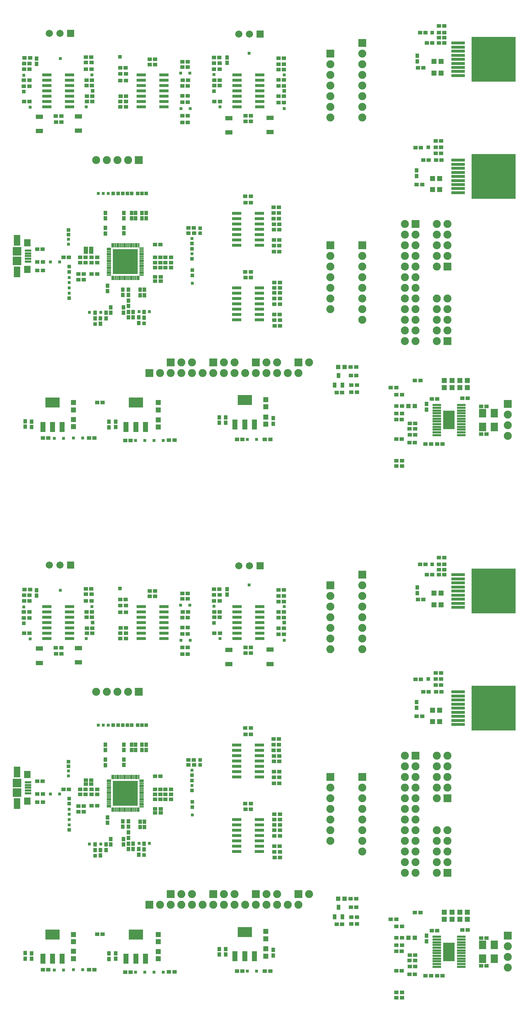
<source format=gbr>
G04 DipTrace 2.4.0.2*
%INTopMask.gbr*%
%MOMM*%
%ADD38R,0.635X0.635*%
%ADD56R,2.704X4.404*%
%ADD58R,2.004X0.604*%
%ADD60R,10.504X10.704*%
%ADD62R,3.204X0.804*%
%ADD64R,2.204X0.804*%
%ADD66R,5.904X5.904*%
%ADD68O,1.054X0.404*%
%ADD70O,0.404X1.054*%
%ADD72R,3.454X2.354*%
%ADD74R,1.154X2.354*%
%ADD76R,0.839X0.839*%
%ADD78R,1.804X2.004*%
%ADD80C,1.704*%
%ADD82R,1.704X1.704*%
%ADD84R,0.854X1.254*%
%ADD86R,2.104X2.004*%
%ADD88R,1.504X2.504*%
%ADD90R,1.604X1.804*%
%ADD92R,1.554X0.604*%
%ADD94C,1.904*%
%ADD96R,1.904X1.904*%
%ADD98R,1.004X1.004*%
%ADD100R,1.804X1.004*%
%ADD102R,0.804X0.804*%
%ADD104R,1.304X1.204*%
%ADD106R,1.104X0.904*%
%ADD108R,0.904X1.104*%
%ADD110R,1.204X1.304*%
%FSLAX53Y53*%
G04*
G71*
G90*
G75*
G01*
%LNTopMask*%
%LPD*%
D110*
X60770Y-12210D3*
Y-10510D3*
D108*
X51220Y-11860D3*
Y-10560D3*
D106*
X55940Y61420D3*
X57240D3*
X10670Y61320D3*
X11970D3*
X55940Y40700D3*
X57240D3*
X55950Y22770D3*
X57250D3*
X33080Y73570D3*
X34380D3*
D110*
X60770Y-6360D3*
Y-8060D3*
D106*
X63950Y39530D3*
X62650D3*
X48490Y69870D3*
X49790D3*
X34340Y30680D3*
X35640D3*
X48440Y73920D3*
X49740D3*
D110*
X35145Y-12850D3*
Y-11150D3*
D106*
X65090Y69920D3*
X63790D3*
D104*
X102630Y74390D3*
X100930D3*
D110*
X35095Y-7050D3*
Y-8750D3*
D106*
X36840Y27580D3*
X38140D3*
D108*
X26900Y33350D3*
Y34650D3*
D106*
X34340Y26380D3*
X35640D3*
D108*
X24945Y-12850D3*
Y-11550D3*
D104*
X102630Y71590D3*
X100930D3*
D106*
X34340Y25180D3*
X35640D3*
X64000Y28980D3*
X62700D3*
X65090Y73720D3*
X63790D3*
X34390Y22930D3*
X35690D3*
X26030Y72820D3*
X27330D3*
D108*
X22550Y33320D3*
Y34620D3*
D106*
X34390Y21980D3*
X35690D3*
D108*
X31840Y19880D3*
Y18580D3*
D106*
X3070Y69870D3*
X4370D3*
X64150Y21620D3*
X62850D3*
D108*
X30790Y19880D3*
Y18580D3*
X30490Y13280D3*
Y11980D3*
D106*
X20540Y27580D3*
X19240D3*
D110*
X14865Y-12800D3*
Y-11100D3*
D106*
X3120Y73820D3*
X4420D3*
D108*
X28040Y19930D3*
Y18630D3*
D106*
X20540Y26380D3*
X19240D3*
D110*
X14865Y-7050D3*
Y-8750D3*
D108*
X26640Y19930D3*
Y18630D3*
X4865Y-12850D3*
Y-11550D3*
X26790Y15680D3*
Y14380D3*
D106*
X19320Y69870D3*
X18020D3*
D108*
X23740Y15680D3*
Y14380D3*
X21340Y13080D3*
Y11780D3*
D106*
X20540Y23630D3*
X19240D3*
D104*
X102230Y46400D3*
X100530D3*
X102230Y43750D3*
X100530D3*
D108*
X23040Y20880D3*
Y19580D3*
D106*
X64200Y11320D3*
X62900D3*
X19170Y74070D3*
X17870D3*
X82500Y-4550D3*
X81200D3*
X38140Y26380D3*
X36840D3*
X16490Y27580D3*
X17790D3*
D108*
X28040Y15980D3*
Y17280D3*
D106*
X16490Y26380D3*
X17790D3*
X38140Y25180D3*
X36840D3*
X27430Y66070D3*
X26130D3*
X42230Y69870D3*
X40930D3*
X42180Y64620D3*
X40880D3*
X7590Y26480D3*
X6290D3*
X112150Y-7970D3*
X113450D3*
X112150Y-14520D3*
X113450D3*
D110*
X108900Y-1770D3*
Y-3470D3*
X107100Y-1770D3*
Y-3470D3*
X105250Y-1770D3*
Y-3470D3*
X103400Y-1770D3*
Y-3470D3*
D108*
X99150Y-8670D3*
Y-7370D3*
D106*
X101700Y-6120D3*
X100400D3*
X91950Y-5170D3*
X93250D3*
D102*
X58600Y-15800D3*
X56400D3*
D100*
X51940Y60820D3*
Y57420D3*
D102*
X34095Y-16050D3*
X36295D3*
X31945D3*
X29745D3*
D100*
X61790Y60870D3*
Y57470D3*
X6770Y61120D3*
Y57720D3*
D102*
X14915Y-15500D3*
X17115D3*
X12515Y-15550D3*
X10315D3*
D100*
X16070Y61270D3*
Y57870D3*
D98*
X78050Y1500D3*
X79550D3*
D102*
X42680Y71520D3*
X40480D3*
X42730Y63070D3*
X40530D3*
X11590Y26480D3*
X9390D3*
D98*
X96350Y-7870D3*
X94850D3*
D96*
X68580Y2540D3*
D94*
X71120D3*
D96*
X83820Y78740D3*
D94*
Y76200D3*
Y73660D3*
Y71120D3*
Y68580D3*
Y66040D3*
Y63500D3*
Y60960D3*
D96*
X76200Y76200D3*
D94*
Y73660D3*
Y71120D3*
Y68580D3*
Y66040D3*
Y63500D3*
Y60960D3*
D96*
X30480Y50800D3*
D94*
X27940D3*
X25400D3*
X22860D3*
X20320D3*
D92*
X4090Y29230D3*
Y28580D3*
Y27930D3*
Y27280D3*
Y26630D3*
D90*
X3865Y31130D3*
Y24730D3*
D88*
X1415Y31680D3*
Y24180D3*
D86*
Y29080D3*
Y26780D3*
D96*
X83820Y30480D3*
D94*
Y27940D3*
Y25400D3*
Y22860D3*
Y20320D3*
Y17780D3*
Y15240D3*
Y12700D3*
D96*
X76200Y30480D3*
D94*
Y27940D3*
Y25400D3*
Y22860D3*
Y20320D3*
Y17780D3*
Y15240D3*
D96*
X96520Y35560D3*
D94*
X93980D3*
X96520Y33020D3*
X93980D3*
X96520Y30480D3*
X93980D3*
X96520Y27940D3*
X93980D3*
X96520Y25400D3*
X93980D3*
X96520Y22860D3*
X93980D3*
X96520Y20320D3*
X93980D3*
X96520Y17780D3*
X93980D3*
X96520Y15240D3*
X93980D3*
X96520Y12700D3*
X93980D3*
X96520Y10160D3*
X93980D3*
X96520Y7620D3*
X93980D3*
D96*
X48260Y2540D3*
D94*
X50800D3*
X53340D3*
D96*
X104140Y25400D3*
D94*
X101600D3*
X104140Y27940D3*
X101600D3*
X104140Y30480D3*
X101600D3*
X104140Y33020D3*
X101600D3*
X104140Y35560D3*
X101600D3*
D96*
X58420Y2540D3*
D94*
X60960D3*
X63500D3*
D96*
X104140Y7620D3*
D94*
X101600D3*
X104140Y10160D3*
X101600D3*
X104140Y12700D3*
X101600D3*
X104140Y15240D3*
X101600D3*
X104140Y17780D3*
X101600D3*
D96*
X33020Y0D3*
D94*
X35560D3*
X38100D3*
X40640D3*
X43180D3*
X45720D3*
X48260D3*
X50800D3*
X53340D3*
X55880D3*
X58420D3*
X60960D3*
X63500D3*
X66040D3*
X68580D3*
D96*
X38100Y2540D3*
D94*
X40640D3*
X43180D3*
D96*
X118500Y-7370D3*
D94*
Y-9910D3*
Y-12450D3*
Y-14990D3*
D84*
X77200Y-2850D3*
X79100D3*
X78150Y-550D3*
D108*
X62550Y-12050D3*
Y-10750D3*
D106*
X61850Y-15800D3*
X60550D3*
D108*
X49670Y-10560D3*
Y-11860D3*
D106*
X57240Y60020D3*
X55940D3*
X12020Y59870D3*
X10720D3*
X57190Y42150D3*
X55890D3*
X57200Y24120D3*
X55900D3*
X34380Y74870D3*
X33080D3*
X53920Y-15810D3*
X55220D3*
X102080Y82790D3*
X103380D3*
X63950Y36880D3*
X62650D3*
Y38180D3*
X63950D3*
X49790Y68570D3*
X48490D3*
D108*
X32240Y38230D3*
Y36930D3*
D106*
X102055Y81230D3*
X103355D3*
X42330Y34610D3*
X43630D3*
X38995Y-16000D3*
X37695D3*
D108*
X31240Y38230D3*
Y36930D3*
X29740D3*
Y38230D3*
D106*
X97580Y81190D3*
X98880D3*
X102080Y79990D3*
X103380D3*
X49740Y72520D3*
X48440D3*
X48540Y64770D3*
X49840D3*
X64000Y35530D3*
X62700D3*
X42340Y33380D3*
X43640D3*
X99180Y78740D3*
X100480D3*
X102080D3*
X103380D3*
X48390Y75320D3*
X49690D3*
D108*
X28740Y36930D3*
Y38230D3*
D106*
X64000Y34230D3*
X62700D3*
D82*
X59390Y80870D3*
D80*
X56850D3*
X54310D3*
D106*
X65090Y64520D3*
X63790D3*
D108*
X51590Y75320D3*
Y74020D3*
D106*
X62700Y31780D3*
X64000D3*
D108*
X23395Y-11600D3*
Y-12900D3*
X26890Y38230D3*
Y36930D3*
D106*
X34340Y27580D3*
X35640D3*
X97065Y72840D3*
X98365D3*
X63790Y68520D3*
X65090D3*
X62700Y30430D3*
X64000D3*
X27245Y-16050D3*
X28545D3*
X63790Y75120D3*
X65090D3*
D108*
X96930Y75690D3*
Y74390D3*
D106*
X63790Y72370D3*
X65090D3*
Y66020D3*
X63790D3*
X101330Y55350D3*
X102630D3*
X26080Y69820D3*
X27380D3*
Y71420D3*
X26080D3*
X19915Y-15500D3*
X18615D3*
X4370Y68470D3*
X3070D3*
X64150Y19120D3*
X62850D3*
Y20370D3*
X64150D3*
D108*
X31760Y13260D3*
Y14560D3*
D106*
X19150Y29750D3*
X17850D3*
X21870Y-6990D3*
X20570D3*
X19150Y28850D3*
X17850D3*
X101330Y53850D3*
X102630D3*
D108*
X29140Y13280D3*
Y14580D3*
D106*
X4420Y72520D3*
X3120D3*
Y64820D3*
X4420D3*
X96480Y53800D3*
X97780D3*
X101330Y52400D3*
X102630D3*
X3220Y75220D3*
X4520D3*
X64150Y17770D3*
X62850D3*
D108*
X3365Y-11500D3*
Y-12800D3*
D106*
X98330Y50800D3*
X99630D3*
X101380D3*
X102680D3*
X64150Y16420D3*
X62850D3*
X7565Y-15500D3*
X8865D3*
D82*
X14220Y81070D3*
D80*
X11680D3*
X9140D3*
D106*
X19370Y64770D3*
X18070D3*
D108*
X6120Y75070D3*
Y73770D3*
D106*
X62800Y13970D3*
X64100D3*
D108*
X22640Y13080D3*
Y14380D3*
D106*
X17820Y75370D3*
X19120D3*
X18020Y68570D3*
X19320D3*
X96780Y44950D3*
X98080D3*
D108*
X20040Y13080D3*
Y14380D3*
D106*
X62850Y12670D3*
X64150D3*
X17870Y72520D3*
X19170D3*
X19370Y66020D3*
X18070D3*
D108*
X96730Y48350D3*
Y47050D3*
X22540Y38230D3*
Y36930D3*
D106*
X82500Y-2900D3*
X81200D3*
D108*
X28040Y13280D3*
Y14580D3*
D106*
X12490Y27580D3*
X13790D3*
X82400Y-600D3*
X81100D3*
X82350Y1500D3*
X81050D3*
X27380Y63520D3*
X26080D3*
Y64770D3*
X27380D3*
X77700Y-4600D3*
X79000D3*
X42180Y73020D3*
X40880D3*
X42180Y68520D3*
X40880D3*
Y74270D3*
X42180D3*
Y61370D3*
X40880D3*
X42180Y66170D3*
X40880D3*
Y59770D3*
X42180D3*
X7540Y29530D3*
X6240D3*
X7590Y24480D3*
X6290D3*
X95150Y-12020D3*
X96450D3*
X95150Y-14720D3*
X96450D3*
X108950Y-5970D3*
X107650D3*
X93250Y-9620D3*
X91950D3*
X93200Y-11070D3*
X91900D3*
X93200Y-15720D3*
X91900D3*
X95100Y-13270D3*
X96400D3*
X91950Y-7820D3*
X93250D3*
X90600Y-3450D3*
X91900D3*
X96350Y-1800D3*
X97650D3*
D78*
X112500Y-9520D3*
X115300D3*
X112500Y-12870D3*
X115300D3*
D106*
X98900Y-16920D3*
X100200D3*
X102950D3*
X101650D3*
D38*
X48440Y71220D3*
D76*
Y67270D3*
D38*
X49890Y63520D3*
D76*
X32240Y42880D3*
X100480Y81190D3*
X45140Y34580D3*
X31240Y42880D3*
X30190D3*
X45140Y33380D3*
X28790Y42880D3*
D38*
X43190Y32080D3*
X56840Y76320D3*
D76*
X43190Y30930D3*
Y29680D3*
X27740Y42880D3*
D38*
X43190Y28480D3*
X65140Y71120D3*
D76*
X43190Y27280D3*
X65140Y67320D3*
D38*
Y63120D3*
D76*
X26640Y42880D3*
X25540D3*
X24340D3*
X43250Y23300D3*
D38*
X23190Y42880D3*
D76*
X43250Y24600D3*
D38*
X21990Y42880D3*
X43240Y21480D3*
X20790Y42880D3*
D76*
X13740Y34180D3*
D38*
X3020Y71070D3*
D76*
X13740Y33030D3*
D38*
Y31930D3*
X32990Y14680D3*
D76*
X3020Y67170D3*
D38*
X13740Y30780D3*
X4570Y63470D3*
D76*
X31740Y11880D3*
D38*
X30510Y14670D3*
D76*
X99580Y53850D3*
D38*
X11770Y75070D3*
D76*
X13840Y25380D3*
Y24130D3*
D38*
Y22830D3*
X19270Y71120D3*
X13840Y21580D3*
D76*
X19470Y67370D3*
D38*
X17970Y63520D3*
X21380Y14470D3*
X13840Y20330D3*
D76*
X20040Y11680D3*
D38*
X13840Y19080D3*
X18690Y14480D3*
D76*
X13840Y17880D3*
X26000Y75450D3*
D74*
X53450Y-12250D3*
X55750D3*
X58050D3*
D72*
X55750Y-6450D3*
D70*
X30480Y30480D3*
X30080D3*
X29680D3*
X29280D3*
X28880D3*
X28480D3*
X28080D3*
X27680D3*
X27280D3*
X26880D3*
X26480D3*
X26080D3*
X25680D3*
X25280D3*
X24880D3*
X24480D3*
X24080D3*
D68*
X23385Y29775D3*
Y29375D3*
Y28975D3*
Y28575D3*
Y28175D3*
Y27775D3*
Y27375D3*
Y26975D3*
Y26575D3*
Y26175D3*
Y25775D3*
Y25375D3*
Y24975D3*
Y24575D3*
Y24175D3*
Y23775D3*
Y23375D3*
D70*
X24090Y22680D3*
X24490D3*
X24890D3*
X25290D3*
X25690D3*
X26090D3*
X26490D3*
X26890D3*
X27290D3*
X27690D3*
X28090D3*
X28490D3*
X28890D3*
X29290D3*
X29690D3*
X30090D3*
X30490D3*
D68*
X31185Y23385D3*
Y23785D3*
Y24185D3*
Y24585D3*
Y24985D3*
Y25385D3*
Y25785D3*
Y26185D3*
Y26585D3*
Y26985D3*
Y27385D3*
Y27785D3*
Y28185D3*
Y28585D3*
Y28985D3*
Y29385D3*
Y29785D3*
D66*
X27285Y26580D3*
D64*
X53940Y71120D3*
Y69850D3*
Y68580D3*
Y67310D3*
Y66040D3*
Y64770D3*
Y63500D3*
X59340D3*
Y64770D3*
Y66040D3*
Y67310D3*
Y68580D3*
Y69850D3*
Y71120D3*
X53840Y38100D3*
Y36830D3*
Y35560D3*
Y34290D3*
Y33020D3*
Y31750D3*
Y30480D3*
X59240D3*
Y31750D3*
Y33020D3*
Y34290D3*
Y35560D3*
Y36830D3*
Y38100D3*
D62*
X106680Y78740D3*
Y77770D3*
Y76800D3*
Y75830D3*
Y74860D3*
Y73890D3*
Y72920D3*
Y71950D3*
Y70980D3*
D60*
X115130Y74860D3*
D74*
X27450Y-12850D3*
X29750D3*
X32050D3*
D72*
X29750Y-7050D3*
D64*
X31080Y71120D3*
Y69850D3*
Y68580D3*
Y67310D3*
Y66040D3*
Y64770D3*
Y63500D3*
X36480D3*
Y64770D3*
Y66040D3*
Y67310D3*
Y68580D3*
Y69850D3*
Y71120D3*
X8520D3*
Y69850D3*
Y68580D3*
Y67310D3*
Y66040D3*
Y64770D3*
Y63500D3*
X13920D3*
Y64770D3*
Y66040D3*
Y67310D3*
Y68580D3*
Y69850D3*
Y71120D3*
D74*
X7590Y-12850D3*
X9890D3*
X12190D3*
D72*
X9890Y-7050D3*
D64*
X53840Y20320D3*
Y19050D3*
Y17780D3*
Y16510D3*
Y15240D3*
Y13970D3*
Y12700D3*
X59240D3*
Y13970D3*
Y15240D3*
Y16510D3*
Y17780D3*
Y19050D3*
Y20320D3*
D62*
X106680Y50800D3*
Y49830D3*
Y48860D3*
Y47890D3*
Y46920D3*
Y45950D3*
Y44980D3*
Y44010D3*
Y43040D3*
D60*
X115130Y46920D3*
D58*
X101600Y-7620D3*
Y-8270D3*
Y-8920D3*
Y-9570D3*
Y-10220D3*
Y-10870D3*
Y-11520D3*
Y-12170D3*
Y-12820D3*
Y-13470D3*
Y-14120D3*
Y-14770D3*
X107400D3*
Y-14120D3*
Y-13470D3*
Y-12820D3*
Y-12170D3*
Y-11520D3*
Y-10870D3*
Y-10220D3*
Y-9570D3*
Y-8920D3*
Y-8270D3*
Y-7620D3*
D56*
X104500Y-11195D3*
D106*
X95050Y-16550D3*
X96350D3*
X93250Y-22150D3*
X91950D3*
X93250Y-20900D3*
X91950D3*
X16050Y23600D3*
X17350D3*
X16050Y22250D3*
X17350D3*
D110*
X60770Y114630D3*
Y116330D3*
D108*
X51220Y114980D3*
Y116280D3*
D106*
X55940Y188260D3*
X57240D3*
X10670Y188160D3*
X11970D3*
X55940Y167540D3*
X57240D3*
X55950Y149610D3*
X57250D3*
X33080Y200410D3*
X34380D3*
D110*
X60770Y120480D3*
Y118780D3*
D106*
X63950Y166370D3*
X62650D3*
X48490Y196710D3*
X49790D3*
X34340Y157520D3*
X35640D3*
X48440Y200760D3*
X49740D3*
D110*
X35145Y113990D3*
Y115690D3*
D106*
X65090Y196760D3*
X63790D3*
D104*
X102630Y201230D3*
X100930D3*
D110*
X35095Y119790D3*
Y118090D3*
D106*
X36840Y154420D3*
X38140D3*
D108*
X26900Y160190D3*
Y161490D3*
D106*
X34340Y153220D3*
X35640D3*
D108*
X24945Y113990D3*
Y115290D3*
D104*
X102630Y198430D3*
X100930D3*
D106*
X34340Y152020D3*
X35640D3*
X64000Y155820D3*
X62700D3*
X65090Y200560D3*
X63790D3*
X34390Y149770D3*
X35690D3*
X26030Y199660D3*
X27330D3*
D108*
X22550Y160160D3*
Y161460D3*
D106*
X34390Y148820D3*
X35690D3*
D108*
X31840Y146720D3*
Y145420D3*
D106*
X3070Y196710D3*
X4370D3*
X64150Y148460D3*
X62850D3*
D108*
X30790Y146720D3*
Y145420D3*
X30490Y140120D3*
Y138820D3*
D106*
X20540Y154420D3*
X19240D3*
D110*
X14865Y114040D3*
Y115740D3*
D106*
X3120Y200660D3*
X4420D3*
D108*
X28040Y146770D3*
Y145470D3*
D106*
X20540Y153220D3*
X19240D3*
D110*
X14865Y119790D3*
Y118090D3*
D108*
X26640Y146770D3*
Y145470D3*
X4865Y113990D3*
Y115290D3*
X26790Y142520D3*
Y141220D3*
D106*
X19320Y196710D3*
X18020D3*
D108*
X23740Y142520D3*
Y141220D3*
X21340Y139920D3*
Y138620D3*
D106*
X20540Y150470D3*
X19240D3*
D104*
X102230Y173240D3*
X100530D3*
X102230Y170590D3*
X100530D3*
D108*
X23040Y147720D3*
Y146420D3*
D106*
X64200Y138160D3*
X62900D3*
X19170Y200910D3*
X17870D3*
X82500Y122290D3*
X81200D3*
X38140Y153220D3*
X36840D3*
X16490Y154420D3*
X17790D3*
D108*
X28040Y142820D3*
Y144120D3*
D106*
X16490Y153220D3*
X17790D3*
X38140Y152020D3*
X36840D3*
X27430Y192910D3*
X26130D3*
X42230Y196710D3*
X40930D3*
X42180Y191460D3*
X40880D3*
X7590Y153320D3*
X6290D3*
X112150Y118870D3*
X113450D3*
X112150Y112320D3*
X113450D3*
D110*
X108900Y125070D3*
Y123370D3*
X107100Y125070D3*
Y123370D3*
X105250Y125070D3*
Y123370D3*
X103400Y125070D3*
Y123370D3*
D108*
X99150Y118170D3*
Y119470D3*
D106*
X101700Y120720D3*
X100400D3*
X91950Y121670D3*
X93250D3*
D102*
X58600Y111040D3*
X56400D3*
D100*
X51940Y187660D3*
Y184260D3*
D102*
X34095Y110790D3*
X36295D3*
X31945D3*
X29745D3*
D100*
X61790Y187710D3*
Y184310D3*
X6770Y187960D3*
Y184560D3*
D102*
X14915Y111340D3*
X17115D3*
X12515Y111290D3*
X10315D3*
D100*
X16070Y188110D3*
Y184710D3*
D98*
X78050Y128340D3*
X79550D3*
D102*
X42680Y198360D3*
X40480D3*
X42730Y189910D3*
X40530D3*
X11590Y153320D3*
X9390D3*
D98*
X96350Y118970D3*
X94850D3*
D96*
X68580Y129380D3*
D94*
X71120D3*
D96*
X83820Y205580D3*
D94*
Y203040D3*
Y200500D3*
Y197960D3*
Y195420D3*
Y192880D3*
Y190340D3*
Y187800D3*
D96*
X76200Y203040D3*
D94*
Y200500D3*
Y197960D3*
Y195420D3*
Y192880D3*
Y190340D3*
Y187800D3*
D96*
X30480Y177640D3*
D94*
X27940D3*
X25400D3*
X22860D3*
X20320D3*
D92*
X4090Y156070D3*
Y155420D3*
Y154770D3*
Y154120D3*
Y153470D3*
D90*
X3865Y157970D3*
Y151570D3*
D88*
X1415Y158520D3*
Y151020D3*
D86*
Y155920D3*
Y153620D3*
D96*
X83820Y157320D3*
D94*
Y154780D3*
Y152240D3*
Y149700D3*
Y147160D3*
Y144620D3*
Y142080D3*
Y139540D3*
D96*
X76200Y157320D3*
D94*
Y154780D3*
Y152240D3*
Y149700D3*
Y147160D3*
Y144620D3*
Y142080D3*
D96*
X96520Y162400D3*
D94*
X93980D3*
X96520Y159860D3*
X93980D3*
X96520Y157320D3*
X93980D3*
X96520Y154780D3*
X93980D3*
X96520Y152240D3*
X93980D3*
X96520Y149700D3*
X93980D3*
X96520Y147160D3*
X93980D3*
X96520Y144620D3*
X93980D3*
X96520Y142080D3*
X93980D3*
X96520Y139540D3*
X93980D3*
X96520Y137000D3*
X93980D3*
X96520Y134460D3*
X93980D3*
D96*
X48260Y129380D3*
D94*
X50800D3*
X53340D3*
D96*
X104140Y152240D3*
D94*
X101600D3*
X104140Y154780D3*
X101600D3*
X104140Y157320D3*
X101600D3*
X104140Y159860D3*
X101600D3*
X104140Y162400D3*
X101600D3*
D96*
X58420Y129380D3*
D94*
X60960D3*
X63500D3*
D96*
X104140Y134460D3*
D94*
X101600D3*
X104140Y137000D3*
X101600D3*
X104140Y139540D3*
X101600D3*
X104140Y142080D3*
X101600D3*
X104140Y144620D3*
X101600D3*
D96*
X33020Y126840D3*
D94*
X35560D3*
X38100D3*
X40640D3*
X43180D3*
X45720D3*
X48260D3*
X50800D3*
X53340D3*
X55880D3*
X58420D3*
X60960D3*
X63500D3*
X66040D3*
X68580D3*
D96*
X38100Y129380D3*
D94*
X40640D3*
X43180D3*
D96*
X118500Y119470D3*
D94*
Y116930D3*
Y114390D3*
Y111850D3*
D84*
X77200Y123990D3*
X79100D3*
X78150Y126290D3*
D108*
X62550Y114790D3*
Y116090D3*
D106*
X61850Y111040D3*
X60550D3*
D108*
X49670Y116280D3*
Y114980D3*
D106*
X57240Y186860D3*
X55940D3*
X12020Y186710D3*
X10720D3*
X57190Y168990D3*
X55890D3*
X57200Y150960D3*
X55900D3*
X34380Y201710D3*
X33080D3*
X53920Y111030D3*
X55220D3*
X102080Y209630D3*
X103380D3*
X63950Y163720D3*
X62650D3*
Y165020D3*
X63950D3*
X49790Y195410D3*
X48490D3*
D108*
X32240Y165070D3*
Y163770D3*
D106*
X102055Y208070D3*
X103355D3*
X42330Y161450D3*
X43630D3*
X38995Y110840D3*
X37695D3*
D108*
X31240Y165070D3*
Y163770D3*
X29740D3*
Y165070D3*
D106*
X97580Y208030D3*
X98880D3*
X102080Y206830D3*
X103380D3*
X49740Y199360D3*
X48440D3*
X48540Y191610D3*
X49840D3*
X64000Y162370D3*
X62700D3*
X42340Y160220D3*
X43640D3*
X99180Y205580D3*
X100480D3*
X102080D3*
X103380D3*
X48390Y202160D3*
X49690D3*
D108*
X28740Y163770D3*
Y165070D3*
D106*
X64000Y161070D3*
X62700D3*
D82*
X59390Y207710D3*
D80*
X56850D3*
X54310D3*
D106*
X65090Y191360D3*
X63790D3*
D108*
X51590Y202160D3*
Y200860D3*
D106*
X62700Y158620D3*
X64000D3*
D108*
X23395Y115240D3*
Y113940D3*
X26890Y165070D3*
Y163770D3*
D106*
X34340Y154420D3*
X35640D3*
X97065Y199680D3*
X98365D3*
X63790Y195360D3*
X65090D3*
X62700Y157270D3*
X64000D3*
X27245Y110790D3*
X28545D3*
X63790Y201960D3*
X65090D3*
D108*
X96930Y202530D3*
Y201230D3*
D106*
X63790Y199210D3*
X65090D3*
Y192860D3*
X63790D3*
X101330Y182190D3*
X102630D3*
X26080Y196660D3*
X27380D3*
Y198260D3*
X26080D3*
X19915Y111340D3*
X18615D3*
X4370Y195310D3*
X3070D3*
X64150Y145960D3*
X62850D3*
Y147210D3*
X64150D3*
D108*
X31760Y140100D3*
Y141400D3*
D106*
X19150Y156590D3*
X17850D3*
X21870Y119850D3*
X20570D3*
X19150Y155690D3*
X17850D3*
X101330Y180690D3*
X102630D3*
D108*
X29140Y140120D3*
Y141420D3*
D106*
X4420Y199360D3*
X3120D3*
Y191660D3*
X4420D3*
X96480Y180640D3*
X97780D3*
X101330Y179240D3*
X102630D3*
X3220Y202060D3*
X4520D3*
X64150Y144610D3*
X62850D3*
D108*
X3365Y115340D3*
Y114040D3*
D106*
X98330Y177640D3*
X99630D3*
X101380D3*
X102680D3*
X64150Y143260D3*
X62850D3*
X7565Y111340D3*
X8865D3*
D82*
X14220Y207910D3*
D80*
X11680D3*
X9140D3*
D106*
X19370Y191610D3*
X18070D3*
D108*
X6120Y201910D3*
Y200610D3*
D106*
X62800Y140810D3*
X64100D3*
D108*
X22640Y139920D3*
Y141220D3*
D106*
X17820Y202210D3*
X19120D3*
X18020Y195410D3*
X19320D3*
X96780Y171790D3*
X98080D3*
D108*
X20040Y139920D3*
Y141220D3*
D106*
X62850Y139510D3*
X64150D3*
X17870Y199360D3*
X19170D3*
X19370Y192860D3*
X18070D3*
D108*
X96730Y175190D3*
Y173890D3*
X22540Y165070D3*
Y163770D3*
D106*
X82500Y123940D3*
X81200D3*
D108*
X28040Y140120D3*
Y141420D3*
D106*
X12490Y154420D3*
X13790D3*
X82400Y126240D3*
X81100D3*
X82350Y128340D3*
X81050D3*
X27380Y190360D3*
X26080D3*
Y191610D3*
X27380D3*
X77700Y122240D3*
X79000D3*
X42180Y199860D3*
X40880D3*
X42180Y195360D3*
X40880D3*
Y201110D3*
X42180D3*
Y188210D3*
X40880D3*
X42180Y193010D3*
X40880D3*
Y186610D3*
X42180D3*
X7540Y156370D3*
X6240D3*
X7590Y151320D3*
X6290D3*
X95150Y114820D3*
X96450D3*
X95150Y112120D3*
X96450D3*
X108950Y120870D3*
X107650D3*
X93250Y117220D3*
X91950D3*
X93200Y115770D3*
X91900D3*
X93200Y111120D3*
X91900D3*
X95100Y113570D3*
X96400D3*
X91950Y119020D3*
X93250D3*
X90600Y123390D3*
X91900D3*
X96350Y125040D3*
X97650D3*
D78*
X112500Y117320D3*
X115300D3*
X112500Y113970D3*
X115300D3*
D106*
X98900Y109920D3*
X100200D3*
X102950D3*
X101650D3*
D38*
X48440Y198060D3*
D76*
Y194110D3*
D38*
X49890Y190360D3*
D76*
X32240Y169720D3*
X100480Y208030D3*
X45140Y161420D3*
X31240Y169720D3*
X30190D3*
X45140Y160220D3*
X28790Y169720D3*
D38*
X43190Y158920D3*
X56840Y203160D3*
D76*
X43190Y157770D3*
Y156520D3*
X27740Y169720D3*
D38*
X43190Y155320D3*
X65140Y197960D3*
D76*
X43190Y154120D3*
X65140Y194160D3*
D38*
Y189960D3*
D76*
X26640Y169720D3*
X25540D3*
X24340D3*
X43250Y150140D3*
D38*
X23190Y169720D3*
D76*
X43250Y151440D3*
D38*
X21990Y169720D3*
X43240Y148320D3*
X20790Y169720D3*
D76*
X13740Y161020D3*
D38*
X3020Y197910D3*
D76*
X13740Y159870D3*
D38*
Y158770D3*
X32990Y141520D3*
D76*
X3020Y194010D3*
D38*
X13740Y157620D3*
X4570Y190310D3*
D76*
X31740Y138720D3*
D38*
X30510Y141510D3*
D76*
X99580Y180690D3*
D38*
X11770Y201910D3*
D76*
X13840Y152220D3*
Y150970D3*
D38*
Y149670D3*
X19270Y197960D3*
X13840Y148420D3*
D76*
X19470Y194210D3*
D38*
X17970Y190360D3*
X21380Y141310D3*
X13840Y147170D3*
D76*
X20040Y138520D3*
D38*
X13840Y145920D3*
X18690Y141320D3*
D76*
X13840Y144720D3*
X26000Y202290D3*
D74*
X53450Y114590D3*
X55750D3*
X58050D3*
D72*
X55750Y120390D3*
D70*
X30480Y157320D3*
X30080D3*
X29680D3*
X29280D3*
X28880D3*
X28480D3*
X28080D3*
X27680D3*
X27280D3*
X26880D3*
X26480D3*
X26080D3*
X25680D3*
X25280D3*
X24880D3*
X24480D3*
X24080D3*
D68*
X23385Y156615D3*
Y156215D3*
Y155815D3*
Y155415D3*
Y155015D3*
Y154615D3*
Y154215D3*
Y153815D3*
Y153415D3*
Y153015D3*
Y152615D3*
Y152215D3*
Y151815D3*
Y151415D3*
Y151015D3*
Y150615D3*
Y150215D3*
D70*
X24090Y149520D3*
X24490D3*
X24890D3*
X25290D3*
X25690D3*
X26090D3*
X26490D3*
X26890D3*
X27290D3*
X27690D3*
X28090D3*
X28490D3*
X28890D3*
X29290D3*
X29690D3*
X30090D3*
X30490D3*
D68*
X31185Y150225D3*
Y150625D3*
Y151025D3*
Y151425D3*
Y151825D3*
Y152225D3*
Y152625D3*
Y153025D3*
Y153425D3*
Y153825D3*
Y154225D3*
Y154625D3*
Y155025D3*
Y155425D3*
Y155825D3*
Y156225D3*
Y156625D3*
D66*
X27285Y153420D3*
D64*
X53940Y197960D3*
Y196690D3*
Y195420D3*
Y194150D3*
Y192880D3*
Y191610D3*
Y190340D3*
X59340D3*
Y191610D3*
Y192880D3*
Y194150D3*
Y195420D3*
Y196690D3*
Y197960D3*
X53840Y164940D3*
Y163670D3*
Y162400D3*
Y161130D3*
Y159860D3*
Y158590D3*
Y157320D3*
X59240D3*
Y158590D3*
Y159860D3*
Y161130D3*
Y162400D3*
Y163670D3*
Y164940D3*
D62*
X106680Y205580D3*
Y204610D3*
Y203640D3*
Y202670D3*
Y201700D3*
Y200730D3*
Y199760D3*
Y198790D3*
Y197820D3*
D60*
X115130Y201700D3*
D74*
X27450Y113990D3*
X29750D3*
X32050D3*
D72*
X29750Y119790D3*
D64*
X31080Y197960D3*
Y196690D3*
Y195420D3*
Y194150D3*
Y192880D3*
Y191610D3*
Y190340D3*
X36480D3*
Y191610D3*
Y192880D3*
Y194150D3*
Y195420D3*
Y196690D3*
Y197960D3*
X8520D3*
Y196690D3*
Y195420D3*
Y194150D3*
Y192880D3*
Y191610D3*
Y190340D3*
X13920D3*
Y191610D3*
Y192880D3*
Y194150D3*
Y195420D3*
Y196690D3*
Y197960D3*
D74*
X7590Y113990D3*
X9890D3*
X12190D3*
D72*
X9890Y119790D3*
D64*
X53840Y147160D3*
Y145890D3*
Y144620D3*
Y143350D3*
Y142080D3*
Y140810D3*
Y139540D3*
X59240D3*
Y140810D3*
Y142080D3*
Y143350D3*
Y144620D3*
Y145890D3*
Y147160D3*
D62*
X106680Y177640D3*
Y176670D3*
Y175700D3*
Y174730D3*
Y173760D3*
Y172790D3*
Y171820D3*
Y170850D3*
Y169880D3*
D60*
X115130Y173760D3*
D58*
X101600Y119220D3*
Y118570D3*
Y117920D3*
Y117270D3*
Y116620D3*
Y115970D3*
Y115320D3*
Y114670D3*
Y114020D3*
Y113370D3*
Y112720D3*
Y112070D3*
X107400D3*
Y112720D3*
Y113370D3*
Y114020D3*
Y114670D3*
Y115320D3*
Y115970D3*
Y116620D3*
Y117270D3*
Y117920D3*
Y118570D3*
Y119220D3*
D56*
X104500Y115645D3*
D106*
X95050Y110290D3*
X96350D3*
X93250Y104690D3*
X91950D3*
X93250Y105940D3*
X91950D3*
X16050Y150440D3*
X17350D3*
X16050Y149090D3*
X17350D3*
M02*

</source>
